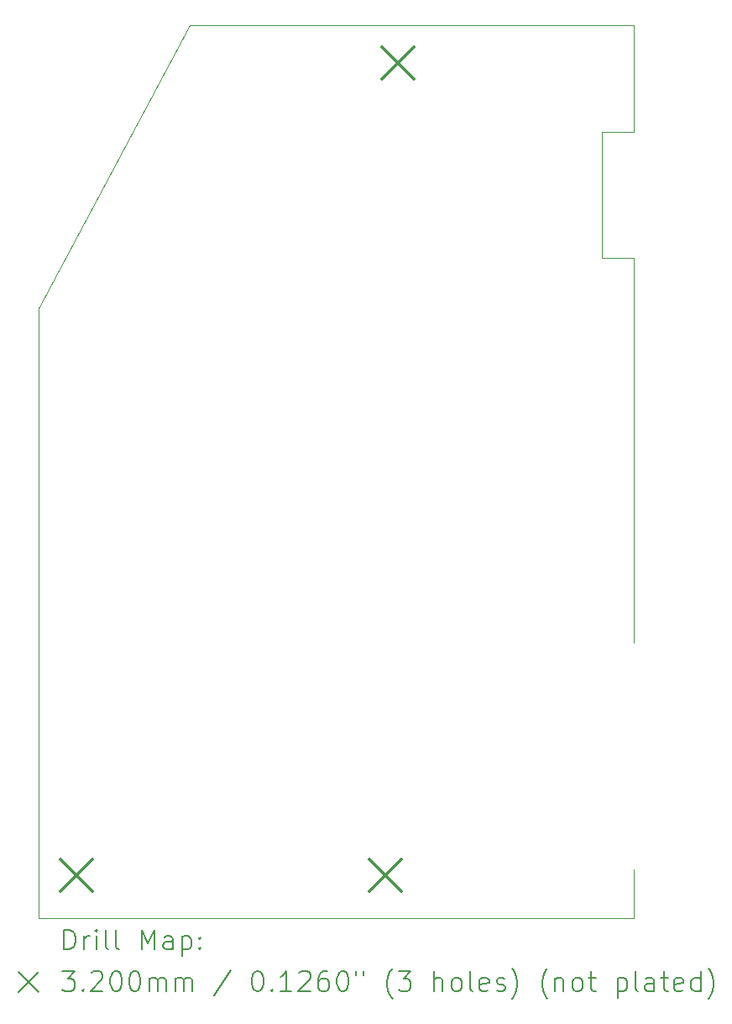
<source format=gbr>
%TF.GenerationSoftware,KiCad,Pcbnew,7.0.5*%
%TF.CreationDate,2024-09-11T17:05:49+02:00*%
%TF.ProjectId,ModuleController,4d6f6475-6c65-4436-9f6e-74726f6c6c65,rev?*%
%TF.SameCoordinates,Original*%
%TF.FileFunction,Drillmap*%
%TF.FilePolarity,Positive*%
%FSLAX45Y45*%
G04 Gerber Fmt 4.5, Leading zero omitted, Abs format (unit mm)*
G04 Created by KiCad (PCBNEW 7.0.5) date 2024-09-11 17:05:49*
%MOMM*%
%LPD*%
G01*
G04 APERTURE LIST*
%ADD10C,0.100000*%
%ADD11C,0.200000*%
%ADD12C,0.320000*%
G04 APERTURE END LIST*
D10*
X8636000Y-6540500D02*
X10160000Y-3683000D01*
X14319000Y-4762500D02*
X14636500Y-4762500D01*
X14319000Y-6032500D02*
X14319000Y-4762500D01*
X14636000Y-6032500D02*
X14319000Y-6032500D01*
X14636000Y-3683000D02*
X14636500Y-4762500D01*
X14636000Y-12683000D02*
X14636500Y-12192000D01*
X14636500Y-9906000D02*
X14636000Y-6032500D01*
X8636000Y-12683000D02*
X14636000Y-12683000D01*
X10160000Y-3683000D02*
X14636000Y-3683000D01*
X8636000Y-12683000D02*
X8636000Y-6540500D01*
D11*
D12*
X8857000Y-12095500D02*
X9177000Y-12415500D01*
X9177000Y-12095500D02*
X8857000Y-12415500D01*
X11968500Y-12095500D02*
X12288500Y-12415500D01*
X12288500Y-12095500D02*
X11968500Y-12415500D01*
X12095500Y-3904000D02*
X12415500Y-4224000D01*
X12415500Y-3904000D02*
X12095500Y-4224000D01*
D11*
X8891777Y-12999484D02*
X8891777Y-12799484D01*
X8891777Y-12799484D02*
X8939396Y-12799484D01*
X8939396Y-12799484D02*
X8967967Y-12809008D01*
X8967967Y-12809008D02*
X8987015Y-12828055D01*
X8987015Y-12828055D02*
X8996539Y-12847103D01*
X8996539Y-12847103D02*
X9006063Y-12885198D01*
X9006063Y-12885198D02*
X9006063Y-12913769D01*
X9006063Y-12913769D02*
X8996539Y-12951865D01*
X8996539Y-12951865D02*
X8987015Y-12970912D01*
X8987015Y-12970912D02*
X8967967Y-12989960D01*
X8967967Y-12989960D02*
X8939396Y-12999484D01*
X8939396Y-12999484D02*
X8891777Y-12999484D01*
X9091777Y-12999484D02*
X9091777Y-12866150D01*
X9091777Y-12904246D02*
X9101301Y-12885198D01*
X9101301Y-12885198D02*
X9110824Y-12875674D01*
X9110824Y-12875674D02*
X9129872Y-12866150D01*
X9129872Y-12866150D02*
X9148920Y-12866150D01*
X9215586Y-12999484D02*
X9215586Y-12866150D01*
X9215586Y-12799484D02*
X9206063Y-12809008D01*
X9206063Y-12809008D02*
X9215586Y-12818531D01*
X9215586Y-12818531D02*
X9225110Y-12809008D01*
X9225110Y-12809008D02*
X9215586Y-12799484D01*
X9215586Y-12799484D02*
X9215586Y-12818531D01*
X9339396Y-12999484D02*
X9320348Y-12989960D01*
X9320348Y-12989960D02*
X9310824Y-12970912D01*
X9310824Y-12970912D02*
X9310824Y-12799484D01*
X9444158Y-12999484D02*
X9425110Y-12989960D01*
X9425110Y-12989960D02*
X9415586Y-12970912D01*
X9415586Y-12970912D02*
X9415586Y-12799484D01*
X9672729Y-12999484D02*
X9672729Y-12799484D01*
X9672729Y-12799484D02*
X9739396Y-12942341D01*
X9739396Y-12942341D02*
X9806063Y-12799484D01*
X9806063Y-12799484D02*
X9806063Y-12999484D01*
X9987015Y-12999484D02*
X9987015Y-12894722D01*
X9987015Y-12894722D02*
X9977491Y-12875674D01*
X9977491Y-12875674D02*
X9958444Y-12866150D01*
X9958444Y-12866150D02*
X9920348Y-12866150D01*
X9920348Y-12866150D02*
X9901301Y-12875674D01*
X9987015Y-12989960D02*
X9967967Y-12999484D01*
X9967967Y-12999484D02*
X9920348Y-12999484D01*
X9920348Y-12999484D02*
X9901301Y-12989960D01*
X9901301Y-12989960D02*
X9891777Y-12970912D01*
X9891777Y-12970912D02*
X9891777Y-12951865D01*
X9891777Y-12951865D02*
X9901301Y-12932817D01*
X9901301Y-12932817D02*
X9920348Y-12923293D01*
X9920348Y-12923293D02*
X9967967Y-12923293D01*
X9967967Y-12923293D02*
X9987015Y-12913769D01*
X10082253Y-12866150D02*
X10082253Y-13066150D01*
X10082253Y-12875674D02*
X10101301Y-12866150D01*
X10101301Y-12866150D02*
X10139396Y-12866150D01*
X10139396Y-12866150D02*
X10158444Y-12875674D01*
X10158444Y-12875674D02*
X10167967Y-12885198D01*
X10167967Y-12885198D02*
X10177491Y-12904246D01*
X10177491Y-12904246D02*
X10177491Y-12961388D01*
X10177491Y-12961388D02*
X10167967Y-12980436D01*
X10167967Y-12980436D02*
X10158444Y-12989960D01*
X10158444Y-12989960D02*
X10139396Y-12999484D01*
X10139396Y-12999484D02*
X10101301Y-12999484D01*
X10101301Y-12999484D02*
X10082253Y-12989960D01*
X10263205Y-12980436D02*
X10272729Y-12989960D01*
X10272729Y-12989960D02*
X10263205Y-12999484D01*
X10263205Y-12999484D02*
X10253682Y-12989960D01*
X10253682Y-12989960D02*
X10263205Y-12980436D01*
X10263205Y-12980436D02*
X10263205Y-12999484D01*
X10263205Y-12875674D02*
X10272729Y-12885198D01*
X10272729Y-12885198D02*
X10263205Y-12894722D01*
X10263205Y-12894722D02*
X10253682Y-12885198D01*
X10253682Y-12885198D02*
X10263205Y-12875674D01*
X10263205Y-12875674D02*
X10263205Y-12894722D01*
X8431000Y-13228000D02*
X8631000Y-13428000D01*
X8631000Y-13228000D02*
X8431000Y-13428000D01*
X8872729Y-13219484D02*
X8996539Y-13219484D01*
X8996539Y-13219484D02*
X8929872Y-13295674D01*
X8929872Y-13295674D02*
X8958444Y-13295674D01*
X8958444Y-13295674D02*
X8977491Y-13305198D01*
X8977491Y-13305198D02*
X8987015Y-13314722D01*
X8987015Y-13314722D02*
X8996539Y-13333769D01*
X8996539Y-13333769D02*
X8996539Y-13381388D01*
X8996539Y-13381388D02*
X8987015Y-13400436D01*
X8987015Y-13400436D02*
X8977491Y-13409960D01*
X8977491Y-13409960D02*
X8958444Y-13419484D01*
X8958444Y-13419484D02*
X8901301Y-13419484D01*
X8901301Y-13419484D02*
X8882253Y-13409960D01*
X8882253Y-13409960D02*
X8872729Y-13400436D01*
X9082253Y-13400436D02*
X9091777Y-13409960D01*
X9091777Y-13409960D02*
X9082253Y-13419484D01*
X9082253Y-13419484D02*
X9072729Y-13409960D01*
X9072729Y-13409960D02*
X9082253Y-13400436D01*
X9082253Y-13400436D02*
X9082253Y-13419484D01*
X9167967Y-13238531D02*
X9177491Y-13229008D01*
X9177491Y-13229008D02*
X9196539Y-13219484D01*
X9196539Y-13219484D02*
X9244158Y-13219484D01*
X9244158Y-13219484D02*
X9263205Y-13229008D01*
X9263205Y-13229008D02*
X9272729Y-13238531D01*
X9272729Y-13238531D02*
X9282253Y-13257579D01*
X9282253Y-13257579D02*
X9282253Y-13276627D01*
X9282253Y-13276627D02*
X9272729Y-13305198D01*
X9272729Y-13305198D02*
X9158444Y-13419484D01*
X9158444Y-13419484D02*
X9282253Y-13419484D01*
X9406063Y-13219484D02*
X9425110Y-13219484D01*
X9425110Y-13219484D02*
X9444158Y-13229008D01*
X9444158Y-13229008D02*
X9453682Y-13238531D01*
X9453682Y-13238531D02*
X9463205Y-13257579D01*
X9463205Y-13257579D02*
X9472729Y-13295674D01*
X9472729Y-13295674D02*
X9472729Y-13343293D01*
X9472729Y-13343293D02*
X9463205Y-13381388D01*
X9463205Y-13381388D02*
X9453682Y-13400436D01*
X9453682Y-13400436D02*
X9444158Y-13409960D01*
X9444158Y-13409960D02*
X9425110Y-13419484D01*
X9425110Y-13419484D02*
X9406063Y-13419484D01*
X9406063Y-13419484D02*
X9387015Y-13409960D01*
X9387015Y-13409960D02*
X9377491Y-13400436D01*
X9377491Y-13400436D02*
X9367967Y-13381388D01*
X9367967Y-13381388D02*
X9358444Y-13343293D01*
X9358444Y-13343293D02*
X9358444Y-13295674D01*
X9358444Y-13295674D02*
X9367967Y-13257579D01*
X9367967Y-13257579D02*
X9377491Y-13238531D01*
X9377491Y-13238531D02*
X9387015Y-13229008D01*
X9387015Y-13229008D02*
X9406063Y-13219484D01*
X9596539Y-13219484D02*
X9615586Y-13219484D01*
X9615586Y-13219484D02*
X9634634Y-13229008D01*
X9634634Y-13229008D02*
X9644158Y-13238531D01*
X9644158Y-13238531D02*
X9653682Y-13257579D01*
X9653682Y-13257579D02*
X9663205Y-13295674D01*
X9663205Y-13295674D02*
X9663205Y-13343293D01*
X9663205Y-13343293D02*
X9653682Y-13381388D01*
X9653682Y-13381388D02*
X9644158Y-13400436D01*
X9644158Y-13400436D02*
X9634634Y-13409960D01*
X9634634Y-13409960D02*
X9615586Y-13419484D01*
X9615586Y-13419484D02*
X9596539Y-13419484D01*
X9596539Y-13419484D02*
X9577491Y-13409960D01*
X9577491Y-13409960D02*
X9567967Y-13400436D01*
X9567967Y-13400436D02*
X9558444Y-13381388D01*
X9558444Y-13381388D02*
X9548920Y-13343293D01*
X9548920Y-13343293D02*
X9548920Y-13295674D01*
X9548920Y-13295674D02*
X9558444Y-13257579D01*
X9558444Y-13257579D02*
X9567967Y-13238531D01*
X9567967Y-13238531D02*
X9577491Y-13229008D01*
X9577491Y-13229008D02*
X9596539Y-13219484D01*
X9748920Y-13419484D02*
X9748920Y-13286150D01*
X9748920Y-13305198D02*
X9758444Y-13295674D01*
X9758444Y-13295674D02*
X9777491Y-13286150D01*
X9777491Y-13286150D02*
X9806063Y-13286150D01*
X9806063Y-13286150D02*
X9825110Y-13295674D01*
X9825110Y-13295674D02*
X9834634Y-13314722D01*
X9834634Y-13314722D02*
X9834634Y-13419484D01*
X9834634Y-13314722D02*
X9844158Y-13295674D01*
X9844158Y-13295674D02*
X9863205Y-13286150D01*
X9863205Y-13286150D02*
X9891777Y-13286150D01*
X9891777Y-13286150D02*
X9910825Y-13295674D01*
X9910825Y-13295674D02*
X9920348Y-13314722D01*
X9920348Y-13314722D02*
X9920348Y-13419484D01*
X10015586Y-13419484D02*
X10015586Y-13286150D01*
X10015586Y-13305198D02*
X10025110Y-13295674D01*
X10025110Y-13295674D02*
X10044158Y-13286150D01*
X10044158Y-13286150D02*
X10072729Y-13286150D01*
X10072729Y-13286150D02*
X10091777Y-13295674D01*
X10091777Y-13295674D02*
X10101301Y-13314722D01*
X10101301Y-13314722D02*
X10101301Y-13419484D01*
X10101301Y-13314722D02*
X10110825Y-13295674D01*
X10110825Y-13295674D02*
X10129872Y-13286150D01*
X10129872Y-13286150D02*
X10158444Y-13286150D01*
X10158444Y-13286150D02*
X10177491Y-13295674D01*
X10177491Y-13295674D02*
X10187015Y-13314722D01*
X10187015Y-13314722D02*
X10187015Y-13419484D01*
X10577491Y-13209960D02*
X10406063Y-13467103D01*
X10834634Y-13219484D02*
X10853682Y-13219484D01*
X10853682Y-13219484D02*
X10872729Y-13229008D01*
X10872729Y-13229008D02*
X10882253Y-13238531D01*
X10882253Y-13238531D02*
X10891777Y-13257579D01*
X10891777Y-13257579D02*
X10901301Y-13295674D01*
X10901301Y-13295674D02*
X10901301Y-13343293D01*
X10901301Y-13343293D02*
X10891777Y-13381388D01*
X10891777Y-13381388D02*
X10882253Y-13400436D01*
X10882253Y-13400436D02*
X10872729Y-13409960D01*
X10872729Y-13409960D02*
X10853682Y-13419484D01*
X10853682Y-13419484D02*
X10834634Y-13419484D01*
X10834634Y-13419484D02*
X10815587Y-13409960D01*
X10815587Y-13409960D02*
X10806063Y-13400436D01*
X10806063Y-13400436D02*
X10796539Y-13381388D01*
X10796539Y-13381388D02*
X10787015Y-13343293D01*
X10787015Y-13343293D02*
X10787015Y-13295674D01*
X10787015Y-13295674D02*
X10796539Y-13257579D01*
X10796539Y-13257579D02*
X10806063Y-13238531D01*
X10806063Y-13238531D02*
X10815587Y-13229008D01*
X10815587Y-13229008D02*
X10834634Y-13219484D01*
X10987015Y-13400436D02*
X10996539Y-13409960D01*
X10996539Y-13409960D02*
X10987015Y-13419484D01*
X10987015Y-13419484D02*
X10977491Y-13409960D01*
X10977491Y-13409960D02*
X10987015Y-13400436D01*
X10987015Y-13400436D02*
X10987015Y-13419484D01*
X11187015Y-13419484D02*
X11072729Y-13419484D01*
X11129872Y-13419484D02*
X11129872Y-13219484D01*
X11129872Y-13219484D02*
X11110825Y-13248055D01*
X11110825Y-13248055D02*
X11091777Y-13267103D01*
X11091777Y-13267103D02*
X11072729Y-13276627D01*
X11263206Y-13238531D02*
X11272729Y-13229008D01*
X11272729Y-13229008D02*
X11291777Y-13219484D01*
X11291777Y-13219484D02*
X11339396Y-13219484D01*
X11339396Y-13219484D02*
X11358444Y-13229008D01*
X11358444Y-13229008D02*
X11367967Y-13238531D01*
X11367967Y-13238531D02*
X11377491Y-13257579D01*
X11377491Y-13257579D02*
X11377491Y-13276627D01*
X11377491Y-13276627D02*
X11367967Y-13305198D01*
X11367967Y-13305198D02*
X11253682Y-13419484D01*
X11253682Y-13419484D02*
X11377491Y-13419484D01*
X11548920Y-13219484D02*
X11510825Y-13219484D01*
X11510825Y-13219484D02*
X11491777Y-13229008D01*
X11491777Y-13229008D02*
X11482253Y-13238531D01*
X11482253Y-13238531D02*
X11463206Y-13267103D01*
X11463206Y-13267103D02*
X11453682Y-13305198D01*
X11453682Y-13305198D02*
X11453682Y-13381388D01*
X11453682Y-13381388D02*
X11463206Y-13400436D01*
X11463206Y-13400436D02*
X11472729Y-13409960D01*
X11472729Y-13409960D02*
X11491777Y-13419484D01*
X11491777Y-13419484D02*
X11529872Y-13419484D01*
X11529872Y-13419484D02*
X11548920Y-13409960D01*
X11548920Y-13409960D02*
X11558444Y-13400436D01*
X11558444Y-13400436D02*
X11567967Y-13381388D01*
X11567967Y-13381388D02*
X11567967Y-13333769D01*
X11567967Y-13333769D02*
X11558444Y-13314722D01*
X11558444Y-13314722D02*
X11548920Y-13305198D01*
X11548920Y-13305198D02*
X11529872Y-13295674D01*
X11529872Y-13295674D02*
X11491777Y-13295674D01*
X11491777Y-13295674D02*
X11472729Y-13305198D01*
X11472729Y-13305198D02*
X11463206Y-13314722D01*
X11463206Y-13314722D02*
X11453682Y-13333769D01*
X11691777Y-13219484D02*
X11710825Y-13219484D01*
X11710825Y-13219484D02*
X11729872Y-13229008D01*
X11729872Y-13229008D02*
X11739396Y-13238531D01*
X11739396Y-13238531D02*
X11748920Y-13257579D01*
X11748920Y-13257579D02*
X11758444Y-13295674D01*
X11758444Y-13295674D02*
X11758444Y-13343293D01*
X11758444Y-13343293D02*
X11748920Y-13381388D01*
X11748920Y-13381388D02*
X11739396Y-13400436D01*
X11739396Y-13400436D02*
X11729872Y-13409960D01*
X11729872Y-13409960D02*
X11710825Y-13419484D01*
X11710825Y-13419484D02*
X11691777Y-13419484D01*
X11691777Y-13419484D02*
X11672729Y-13409960D01*
X11672729Y-13409960D02*
X11663206Y-13400436D01*
X11663206Y-13400436D02*
X11653682Y-13381388D01*
X11653682Y-13381388D02*
X11644158Y-13343293D01*
X11644158Y-13343293D02*
X11644158Y-13295674D01*
X11644158Y-13295674D02*
X11653682Y-13257579D01*
X11653682Y-13257579D02*
X11663206Y-13238531D01*
X11663206Y-13238531D02*
X11672729Y-13229008D01*
X11672729Y-13229008D02*
X11691777Y-13219484D01*
X11834634Y-13219484D02*
X11834634Y-13257579D01*
X11910825Y-13219484D02*
X11910825Y-13257579D01*
X12206063Y-13495674D02*
X12196539Y-13486150D01*
X12196539Y-13486150D02*
X12177491Y-13457579D01*
X12177491Y-13457579D02*
X12167968Y-13438531D01*
X12167968Y-13438531D02*
X12158444Y-13409960D01*
X12158444Y-13409960D02*
X12148920Y-13362341D01*
X12148920Y-13362341D02*
X12148920Y-13324246D01*
X12148920Y-13324246D02*
X12158444Y-13276627D01*
X12158444Y-13276627D02*
X12167968Y-13248055D01*
X12167968Y-13248055D02*
X12177491Y-13229008D01*
X12177491Y-13229008D02*
X12196539Y-13200436D01*
X12196539Y-13200436D02*
X12206063Y-13190912D01*
X12263206Y-13219484D02*
X12387015Y-13219484D01*
X12387015Y-13219484D02*
X12320348Y-13295674D01*
X12320348Y-13295674D02*
X12348920Y-13295674D01*
X12348920Y-13295674D02*
X12367968Y-13305198D01*
X12367968Y-13305198D02*
X12377491Y-13314722D01*
X12377491Y-13314722D02*
X12387015Y-13333769D01*
X12387015Y-13333769D02*
X12387015Y-13381388D01*
X12387015Y-13381388D02*
X12377491Y-13400436D01*
X12377491Y-13400436D02*
X12367968Y-13409960D01*
X12367968Y-13409960D02*
X12348920Y-13419484D01*
X12348920Y-13419484D02*
X12291777Y-13419484D01*
X12291777Y-13419484D02*
X12272729Y-13409960D01*
X12272729Y-13409960D02*
X12263206Y-13400436D01*
X12625110Y-13419484D02*
X12625110Y-13219484D01*
X12710825Y-13419484D02*
X12710825Y-13314722D01*
X12710825Y-13314722D02*
X12701301Y-13295674D01*
X12701301Y-13295674D02*
X12682253Y-13286150D01*
X12682253Y-13286150D02*
X12653682Y-13286150D01*
X12653682Y-13286150D02*
X12634634Y-13295674D01*
X12634634Y-13295674D02*
X12625110Y-13305198D01*
X12834634Y-13419484D02*
X12815587Y-13409960D01*
X12815587Y-13409960D02*
X12806063Y-13400436D01*
X12806063Y-13400436D02*
X12796539Y-13381388D01*
X12796539Y-13381388D02*
X12796539Y-13324246D01*
X12796539Y-13324246D02*
X12806063Y-13305198D01*
X12806063Y-13305198D02*
X12815587Y-13295674D01*
X12815587Y-13295674D02*
X12834634Y-13286150D01*
X12834634Y-13286150D02*
X12863206Y-13286150D01*
X12863206Y-13286150D02*
X12882253Y-13295674D01*
X12882253Y-13295674D02*
X12891777Y-13305198D01*
X12891777Y-13305198D02*
X12901301Y-13324246D01*
X12901301Y-13324246D02*
X12901301Y-13381388D01*
X12901301Y-13381388D02*
X12891777Y-13400436D01*
X12891777Y-13400436D02*
X12882253Y-13409960D01*
X12882253Y-13409960D02*
X12863206Y-13419484D01*
X12863206Y-13419484D02*
X12834634Y-13419484D01*
X13015587Y-13419484D02*
X12996539Y-13409960D01*
X12996539Y-13409960D02*
X12987015Y-13390912D01*
X12987015Y-13390912D02*
X12987015Y-13219484D01*
X13167968Y-13409960D02*
X13148920Y-13419484D01*
X13148920Y-13419484D02*
X13110825Y-13419484D01*
X13110825Y-13419484D02*
X13091777Y-13409960D01*
X13091777Y-13409960D02*
X13082253Y-13390912D01*
X13082253Y-13390912D02*
X13082253Y-13314722D01*
X13082253Y-13314722D02*
X13091777Y-13295674D01*
X13091777Y-13295674D02*
X13110825Y-13286150D01*
X13110825Y-13286150D02*
X13148920Y-13286150D01*
X13148920Y-13286150D02*
X13167968Y-13295674D01*
X13167968Y-13295674D02*
X13177491Y-13314722D01*
X13177491Y-13314722D02*
X13177491Y-13333769D01*
X13177491Y-13333769D02*
X13082253Y-13352817D01*
X13253682Y-13409960D02*
X13272730Y-13419484D01*
X13272730Y-13419484D02*
X13310825Y-13419484D01*
X13310825Y-13419484D02*
X13329872Y-13409960D01*
X13329872Y-13409960D02*
X13339396Y-13390912D01*
X13339396Y-13390912D02*
X13339396Y-13381388D01*
X13339396Y-13381388D02*
X13329872Y-13362341D01*
X13329872Y-13362341D02*
X13310825Y-13352817D01*
X13310825Y-13352817D02*
X13282253Y-13352817D01*
X13282253Y-13352817D02*
X13263206Y-13343293D01*
X13263206Y-13343293D02*
X13253682Y-13324246D01*
X13253682Y-13324246D02*
X13253682Y-13314722D01*
X13253682Y-13314722D02*
X13263206Y-13295674D01*
X13263206Y-13295674D02*
X13282253Y-13286150D01*
X13282253Y-13286150D02*
X13310825Y-13286150D01*
X13310825Y-13286150D02*
X13329872Y-13295674D01*
X13406063Y-13495674D02*
X13415587Y-13486150D01*
X13415587Y-13486150D02*
X13434634Y-13457579D01*
X13434634Y-13457579D02*
X13444158Y-13438531D01*
X13444158Y-13438531D02*
X13453682Y-13409960D01*
X13453682Y-13409960D02*
X13463206Y-13362341D01*
X13463206Y-13362341D02*
X13463206Y-13324246D01*
X13463206Y-13324246D02*
X13453682Y-13276627D01*
X13453682Y-13276627D02*
X13444158Y-13248055D01*
X13444158Y-13248055D02*
X13434634Y-13229008D01*
X13434634Y-13229008D02*
X13415587Y-13200436D01*
X13415587Y-13200436D02*
X13406063Y-13190912D01*
X13767968Y-13495674D02*
X13758444Y-13486150D01*
X13758444Y-13486150D02*
X13739396Y-13457579D01*
X13739396Y-13457579D02*
X13729872Y-13438531D01*
X13729872Y-13438531D02*
X13720349Y-13409960D01*
X13720349Y-13409960D02*
X13710825Y-13362341D01*
X13710825Y-13362341D02*
X13710825Y-13324246D01*
X13710825Y-13324246D02*
X13720349Y-13276627D01*
X13720349Y-13276627D02*
X13729872Y-13248055D01*
X13729872Y-13248055D02*
X13739396Y-13229008D01*
X13739396Y-13229008D02*
X13758444Y-13200436D01*
X13758444Y-13200436D02*
X13767968Y-13190912D01*
X13844158Y-13286150D02*
X13844158Y-13419484D01*
X13844158Y-13305198D02*
X13853682Y-13295674D01*
X13853682Y-13295674D02*
X13872730Y-13286150D01*
X13872730Y-13286150D02*
X13901301Y-13286150D01*
X13901301Y-13286150D02*
X13920349Y-13295674D01*
X13920349Y-13295674D02*
X13929872Y-13314722D01*
X13929872Y-13314722D02*
X13929872Y-13419484D01*
X14053682Y-13419484D02*
X14034634Y-13409960D01*
X14034634Y-13409960D02*
X14025111Y-13400436D01*
X14025111Y-13400436D02*
X14015587Y-13381388D01*
X14015587Y-13381388D02*
X14015587Y-13324246D01*
X14015587Y-13324246D02*
X14025111Y-13305198D01*
X14025111Y-13305198D02*
X14034634Y-13295674D01*
X14034634Y-13295674D02*
X14053682Y-13286150D01*
X14053682Y-13286150D02*
X14082253Y-13286150D01*
X14082253Y-13286150D02*
X14101301Y-13295674D01*
X14101301Y-13295674D02*
X14110825Y-13305198D01*
X14110825Y-13305198D02*
X14120349Y-13324246D01*
X14120349Y-13324246D02*
X14120349Y-13381388D01*
X14120349Y-13381388D02*
X14110825Y-13400436D01*
X14110825Y-13400436D02*
X14101301Y-13409960D01*
X14101301Y-13409960D02*
X14082253Y-13419484D01*
X14082253Y-13419484D02*
X14053682Y-13419484D01*
X14177492Y-13286150D02*
X14253682Y-13286150D01*
X14206063Y-13219484D02*
X14206063Y-13390912D01*
X14206063Y-13390912D02*
X14215587Y-13409960D01*
X14215587Y-13409960D02*
X14234634Y-13419484D01*
X14234634Y-13419484D02*
X14253682Y-13419484D01*
X14472730Y-13286150D02*
X14472730Y-13486150D01*
X14472730Y-13295674D02*
X14491777Y-13286150D01*
X14491777Y-13286150D02*
X14529873Y-13286150D01*
X14529873Y-13286150D02*
X14548920Y-13295674D01*
X14548920Y-13295674D02*
X14558444Y-13305198D01*
X14558444Y-13305198D02*
X14567968Y-13324246D01*
X14567968Y-13324246D02*
X14567968Y-13381388D01*
X14567968Y-13381388D02*
X14558444Y-13400436D01*
X14558444Y-13400436D02*
X14548920Y-13409960D01*
X14548920Y-13409960D02*
X14529873Y-13419484D01*
X14529873Y-13419484D02*
X14491777Y-13419484D01*
X14491777Y-13419484D02*
X14472730Y-13409960D01*
X14682253Y-13419484D02*
X14663206Y-13409960D01*
X14663206Y-13409960D02*
X14653682Y-13390912D01*
X14653682Y-13390912D02*
X14653682Y-13219484D01*
X14844158Y-13419484D02*
X14844158Y-13314722D01*
X14844158Y-13314722D02*
X14834634Y-13295674D01*
X14834634Y-13295674D02*
X14815587Y-13286150D01*
X14815587Y-13286150D02*
X14777492Y-13286150D01*
X14777492Y-13286150D02*
X14758444Y-13295674D01*
X14844158Y-13409960D02*
X14825111Y-13419484D01*
X14825111Y-13419484D02*
X14777492Y-13419484D01*
X14777492Y-13419484D02*
X14758444Y-13409960D01*
X14758444Y-13409960D02*
X14748920Y-13390912D01*
X14748920Y-13390912D02*
X14748920Y-13371865D01*
X14748920Y-13371865D02*
X14758444Y-13352817D01*
X14758444Y-13352817D02*
X14777492Y-13343293D01*
X14777492Y-13343293D02*
X14825111Y-13343293D01*
X14825111Y-13343293D02*
X14844158Y-13333769D01*
X14910825Y-13286150D02*
X14987015Y-13286150D01*
X14939396Y-13219484D02*
X14939396Y-13390912D01*
X14939396Y-13390912D02*
X14948920Y-13409960D01*
X14948920Y-13409960D02*
X14967968Y-13419484D01*
X14967968Y-13419484D02*
X14987015Y-13419484D01*
X15129873Y-13409960D02*
X15110825Y-13419484D01*
X15110825Y-13419484D02*
X15072730Y-13419484D01*
X15072730Y-13419484D02*
X15053682Y-13409960D01*
X15053682Y-13409960D02*
X15044158Y-13390912D01*
X15044158Y-13390912D02*
X15044158Y-13314722D01*
X15044158Y-13314722D02*
X15053682Y-13295674D01*
X15053682Y-13295674D02*
X15072730Y-13286150D01*
X15072730Y-13286150D02*
X15110825Y-13286150D01*
X15110825Y-13286150D02*
X15129873Y-13295674D01*
X15129873Y-13295674D02*
X15139396Y-13314722D01*
X15139396Y-13314722D02*
X15139396Y-13333769D01*
X15139396Y-13333769D02*
X15044158Y-13352817D01*
X15310825Y-13419484D02*
X15310825Y-13219484D01*
X15310825Y-13409960D02*
X15291777Y-13419484D01*
X15291777Y-13419484D02*
X15253682Y-13419484D01*
X15253682Y-13419484D02*
X15234634Y-13409960D01*
X15234634Y-13409960D02*
X15225111Y-13400436D01*
X15225111Y-13400436D02*
X15215587Y-13381388D01*
X15215587Y-13381388D02*
X15215587Y-13324246D01*
X15215587Y-13324246D02*
X15225111Y-13305198D01*
X15225111Y-13305198D02*
X15234634Y-13295674D01*
X15234634Y-13295674D02*
X15253682Y-13286150D01*
X15253682Y-13286150D02*
X15291777Y-13286150D01*
X15291777Y-13286150D02*
X15310825Y-13295674D01*
X15387015Y-13495674D02*
X15396539Y-13486150D01*
X15396539Y-13486150D02*
X15415587Y-13457579D01*
X15415587Y-13457579D02*
X15425111Y-13438531D01*
X15425111Y-13438531D02*
X15434634Y-13409960D01*
X15434634Y-13409960D02*
X15444158Y-13362341D01*
X15444158Y-13362341D02*
X15444158Y-13324246D01*
X15444158Y-13324246D02*
X15434634Y-13276627D01*
X15434634Y-13276627D02*
X15425111Y-13248055D01*
X15425111Y-13248055D02*
X15415587Y-13229008D01*
X15415587Y-13229008D02*
X15396539Y-13200436D01*
X15396539Y-13200436D02*
X15387015Y-13190912D01*
M02*

</source>
